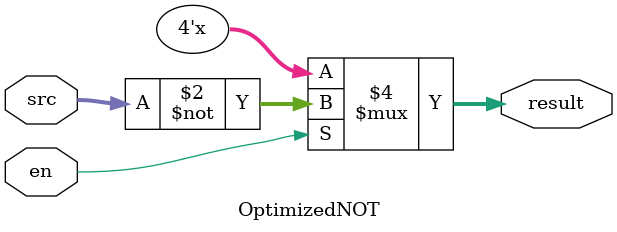
<source format=sv>
module EnabledNOT #(
    parameter WIDTH = 4
)(
    input                 en,
    input      [WIDTH-1:0] src,
    output     [WIDTH-1:0] result
);
    // 实例化优化后的NOT运算模块
    OptimizedNOT #(
        .WIDTH(WIDTH)
    ) optimized_not_inst (
        .en(en),
        .src(src),
        .result(result)
    );
endmodule

// 优化的NOT运算模块，参数化设计提高可复用性
module OptimizedNOT #(
    parameter WIDTH = 4
)(
    input                  en,
    input      [WIDTH-1:0] src,
    output reg [WIDTH-1:0] result
);
    // 采用单一always块处理所有位，减少资源使用
    always @(*) begin
        if (en)
            result = ~src;
        else
            result = {WIDTH{1'bz}};
    end
endmodule
</source>
